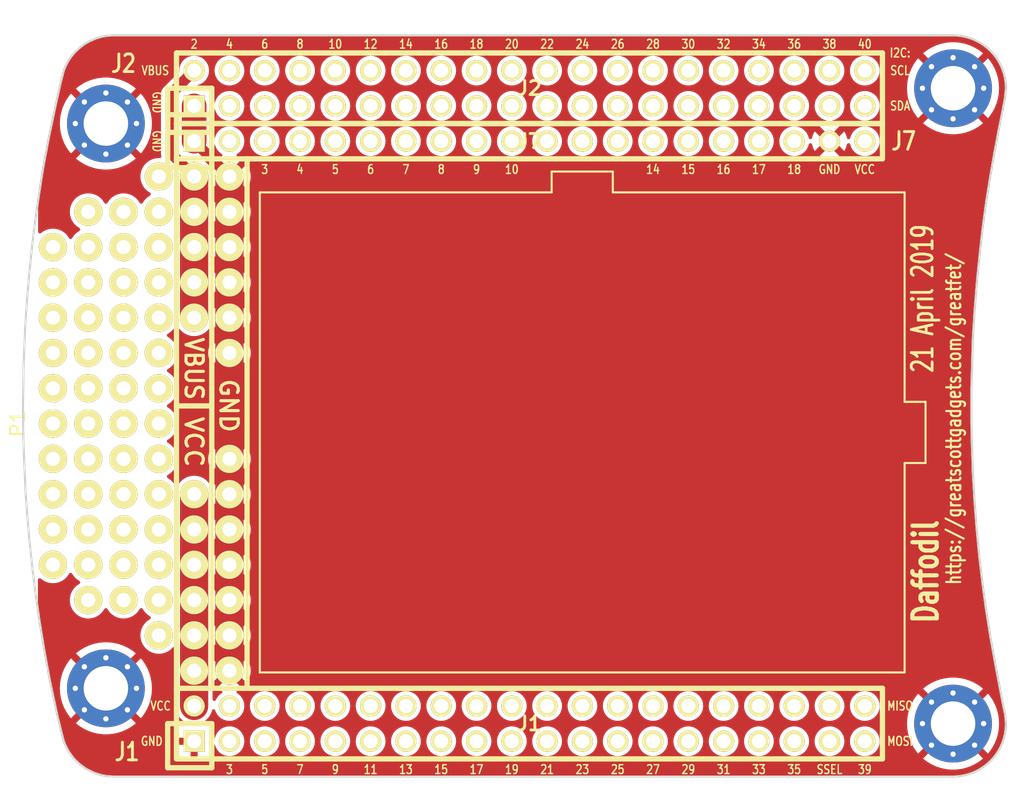
<source format=kicad_pcb>
(kicad_pcb (version 20221018) (generator pcbnew)
  (layers (0 "F.Cu" signal) (31 "B.Cu" signal) (34 "B.Paste" user) (35 "F.Paste" user) (36 "B.SilkS" user "B.Silkscreen") (37 "F.SilkS" user "F.Silkscreen") (38 "B.Mask" user) (39 "F.Mask" user) (44 "Edge.Cuts" user))
  (net 0 "")
  (net 1 "GND")
  (net 2 "VCC")
  (net 3 "/VBUS")
  (net 4 "/P4_9")
  (net 5 "/P0_0")
  (net 6 "/P4_10")
  (net 7 "/P0_1")
  (net 8 "/P1_0")
  (net 9 "/P5_0")
  (net 10 "/P5_1")
  (net 11 "/P1_1")
  (net 12 "/CLK0")
  (net 13 "/P1_2")
  (net 14 "/P1_5")
  (net 15 "/P5_2")
  (net 16 "/P1_7")
  (net 17 "/P1_6")
  (net 18 "/P1_9")
  (net 19 "/P1_8")
  (net 20 "/P5_3")
  (net 21 "/P1_10")
  (net 22 "/P1_12")
  (net 23 "/P1_11")
  (net 24 "/P5_5")
  (net 25 "/P5_4")
  (net 26 "/P1_14")
  (net 27 "/P1_13")
  (net 28 "/P5_6")
  (net 29 "/P1_15")
  (net 30 "/P5_7")
  (net 31 "/P1_16")
  (net 32 "/P1_18")
  (net 33 "/P1_17")
  (net 34 "/P9_5")
  (net 35 "/P9_6")
  (net 36 "/P2_0")
  (net 37 "/P6_0")
  (net 38 "/P1_20")
  (net 39 "/P1_19")
  (net 40 "/P1_4")
  (net 41 "/P1_3")
  (net 42 "/P4_8")
  (net 43 "/P4_0")
  (net 44 "/ADC0_0")
  (net 45 "/P4_5")
  (net 46 "/P4_4")
  (net 47 "/P4_2")
  (net 48 "/P4_3")
  (net 49 "/P4_6")
  (net 50 "/P4_7")
  (net 51 "/CLK2")
  (net 52 "/P2_8")
  (net 53 "/P2_7")
  (net 54 "/P2_6")
  (net 55 "/P7_7")
  (net 56 "/WAKEUP0")
  (net 57 "/P2_5")
  (net 58 "/P2_4")
  (net 59 "/P2_3")
  (net 60 "/PF_4")
  (net 61 "/P3_2")
  (net 62 "/P7_2")
  (net 63 "/P3_1")
  (net 64 "/P7_1")
  (net 65 "/P3_0")
  (net 66 "/P7_0")
  (net 67 "/P3_4")
  (net 68 "/P6_8")
  (net 69 "/P3_7")
  (net 70 "/P6_7")
  (net 71 "/P3_3")
  (net 72 "/P2_2")
  (net 73 "/P6_6")
  (net 74 "/P2_1")
  (net 75 "/P6_3")
  (net 76 "/P3_5")
  (net 77 "/P3_6")
  (net 78 "/I2C0_SDA")
  (net 79 "/I2C0_SCL")
  (net 80 "/P6_4")
  (net 81 "/P6_5")
  (net 82 "/ADC0_5")
  (net 83 "/ADC0_2")
  (net 84 "/P2_9")
  (net 85 "/P2_12")
  (net 86 "/P2_13")
  (net 87 "/RTC_ALARM")
  (net 88 "/RESET")
  (net 89 "/VBAT")
  (net 90 "/P2_11")
  (net 91 "/P2_10")
  (net 92 "/P6_10")
  (net 93 "/P6_9")
  (net 94 "/P6_2")
  (net 95 "/P6_1")
  (net 96 "Net-(P1-Pad31)")
  (net 97 "Net-(P1-Pad32)")
  (net 98 "Net-(P1-Pad33)")
  (net 99 "Net-(P1-Pad34)")
  (net 100 "Net-(P1-Pad35)")
  (net 101 "Net-(P1-Pad36)")
  (net 102 "Net-(P1-Pad37)")
  (net 103 "Net-(P1-Pad38)")
  (net 104 "Net-(P1-Pad39)")
  (net 105 "Net-(P1-Pad40)")
  (net 106 "Net-(P1-Pad41)")
  (net 107 "Net-(P1-Pad42)")
  (net 108 "Net-(P1-Pad43)")
  (net 109 "Net-(P1-Pad44)")
  (net 110 "Net-(P1-Pad47)")
  (net 111 "Net-(P1-Pad48)")
  (net 112 "Net-(P1-Pad49)")
  (net 113 "Net-(P1-Pad50)")
  (net 114 "Net-(P1-Pad51)")
  (net 115 "Net-(P1-Pad52)")
  (net 116 "Net-(P1-Pad53)")
  (net 117 "Net-(P1-Pad54)")
  (net 118 "Net-(P1-Pad55)")
  (net 119 "Net-(P1-Pad56)")
  (net 120 "Net-(P1-Pad57)")
  (net 121 "Net-(P1-Pad58)")
  (net 122 "Net-(P1-Pad61)")
  (net 123 "Net-(P1-Pad62)")
  (net 124 "Net-(P1-Pad64)")
  (net 125 "Net-(P1-Pad65)")
  (net 126 "Net-(P1-Pad66)")
  (net 127 "Net-(P1-Pad67)")
  (net 128 "Net-(P1-Pad68)")
  (net 129 "Net-(P1-Pad69)")
  (net 130 "Net-(P1-Pad70)")
  (net 131 "Net-(P1-Pad71)")
  (net 132 "Net-(P1-Pad72)")
  (net 133 "Net-(P1-Pad45)")
  (net 134 "/32KHZ")
  (net 135 "Net-(P1-Pad25)")
  (net 136 "Net-(P1-Pad26)")
  (net 137 "Net-(P1-Pad27)")
  (net 138 "Net-(P1-Pad28)")
  (net 139 "Net-(P1-Pad29)")
  (net 140 "Net-(P1-Pad30)")
  (net 141 "Net-(P1-Pad63)")
  (net 142 "Net-(P1-Pad46)")
  (net 143 "Net-(P1-Pad59)")
  (net 144 "Net-(P1-Pad60)")
  (footprint "gsg-modules:HEADER-2x20" (layer "F.Cu") (at 146.05 118.11)
    (fp_text reference "J1")
    (fp_text value "NEIGHBOR1" hide)
  )
  (footprint "gsg-modules:HEADER-2x20" (layer "F.Cu") (at 146.05 72.39)
    (fp_text reference "J2")
    (fp_text value "NEIGHBOR2" hide)
  )
  (footprint "gsg-modules:HEADER-1x20" (layer "F.Cu") (at 146.05 76.2)
    (fp_text reference "J7")
    (fp_text value "BONUS_ROW" hide)
  )
  (footprint "gsg-modules:HOLE126MIL-COPPER" (layer "F.Cu") (at 115.57 74.93)
    (fp_text reference "MH1" hide)
    (fp_text value "MOUNTING_HOLE" hide)
  )
  (footprint "gsg-modules:HOLE126MIL-COPPER" (layer "F.Cu") (at 115.57 115.57)
    (fp_text reference "MH2" hide)
    (fp_text value "MOUNTING_HOLE" hide)
  )
  (footprint "gsg-modules:HOLE126MIL-COPPER" (layer "F.Cu") (at 176.53 118.11)
    (fp_text reference "MH3" hide)
    (fp_text value "MOUNTING_HOLE" hide)
  )
  (footprint "gsg-modules:HOLE126MIL-COPPER" (layer "F.Cu") (at 176.53 72.39)
    (fp_text reference "MH4" hide)
    (fp_text value "MOUNTING_HOLE" hide)
  )
  (footprint "gsg-modules:GREATFET-PROTO-AREA" (layer "F.Cu") (at 124.46 96.52)
    (fp_text reference "P1")
    (fp_text value "GREATFET-PROTO-AREA" hide)
  )
  (gr_line (start 126.645 79.884) (end 147.645 79.884) (stroke (width 0.15)) (layer "F.SilkS"))
  (gr_line (start 147.645 78.384) (end 147.645 79.884) (stroke (width 0.15)) (layer "F.SilkS"))
  (gr_line (start 173.050322 99.356534) (end 174.550322 99.356534) (stroke (width 0.15)) (layer "F.SilkS"))
  (gr_line (start 174.550322 94.956534) (end 173.050322 94.956534) (stroke (width 0.15)) (layer "F.SilkS"))
  (gr_line (start 174.550322 99.356534) (end 174.550322 94.956534) (stroke (width 0.15)) (layer "F.SilkS"))
  (gr_line (start 173.045 79.884) (end 173.045 94.956) (stroke (width 0.15)) (layer "F.SilkS"))
  (gr_line (start 125.73 77.47) (end 125.73 115.57) (stroke (width 0.381)) (layer "F.SilkS"))
  (gr_line (start 173.045 114.428) (end 126.645 114.428) (stroke (width 0.15)) (layer "F.SilkS"))
  (gr_line (start 152.045 79.884) (end 173.045 79.884) (stroke (width 0.15)) (layer "F.SilkS"))
  (gr_line (start 120.65 77.47) (end 120.65 115.57) (stroke (width 0.381)) (layer "F.SilkS"))
  (gr_line (start 123.19 115.57) (end 123.19 77.47) (stroke (width 0.381)) (layer "F.SilkS"))
  (gr_line (start 152.045 79.884) (end 152.045 78.384) (stroke (width 0.15)) (layer "F.SilkS"))
  (gr_line (start 126.645 114.428) (end 126.645 79.884) (stroke (width 0.15)) (layer "F.SilkS"))
  (gr_line (start 173.045 99.356) (end 173.045 114.428) (stroke (width 0.15)) (layer "F.SilkS"))
  (gr_line (start 120.65 95.25) (end 123.19 95.25) (stroke (width 0.381)) (layer "F.SilkS"))
  (gr_line (start 152.045 78.384) (end 147.645 78.384) (stroke (width 0.15)) (layer "F.SilkS"))
  (gr_line (start 112.3188 71.9582) (end 112.014 73.3298) (stroke (width 0.15)) (layer "Edge.Cuts"))
  (gr_line (start 116.1288 121.92) (end 115.6462 121.8946) (stroke (width 0.15)) (layer "Edge.Cuts"))
  (gr_line (start 112.8268 70.485) (end 112.649 70.8406) (stroke (width 0.15)) (layer "Edge.Cuts"))
  (gr_line (start 109.601 95.5802) (end 109.6264 97.4852) (stroke (width 0.15)) (layer "Edge.Cuts"))
  (gr_line (start 113.0046 70.2056) (end 112.8268 70.485) (stroke (width 0.15)) (layer "Edge.Cuts"))
  (gr_line (start 113.1824 69.977) (end 113.0046 70.2056) (stroke (width 0.15)) (layer "Edge.Cuts"))
  (gr_line (start 180.2638 73.1266) (end 180.34 72.39) (stroke (width 0.15)) (layer "Edge.Cuts"))
  (gr_line (start 180.1368 116.7892) (end 180.2892 117.5004) (stroke (width 0.15)) (layer "Edge.Cuts"))
  (gr_line (start 109.9058 103.0224) (end 109.7788 101.2952) (stroke (width 0.15)) (layer "Edge.Cuts"))
  (gr_line (start 114.8334 68.8086) (end 114.3762 69.0118) (stroke (width 0.15)) (layer "Edge.Cuts"))
  (gr_line (start 116.1288 68.58) (end 115.697 68.6054) (stroke (width 0.15)) (layer "Edge.Cuts"))
  (gr_line (start 179.5526 113.7158) (end 179.8828 115.4684) (stroke (width 0.15)) (layer "Edge.Cuts"))
  (gr_line (start 115.2398 68.6816) (end 114.8334 68.8086) (stroke (width 0.15)) (layer "Edge.Cuts"))
  (gr_line (start 113.6904 69.469) (end 113.3856 69.7484) (stroke (width 0.15)) (layer "Edge.Cuts"))
  (gr_line (start 113.03 120.3198) (end 112.8776 120.0912) (stroke (width 0.15)) (layer "Edge.Cuts"))
  (gr_line (start 180.1368 73.8124) (end 180.2638 73.1266) (stroke (width 0.15)) (layer "Edge.Cuts"))
  (gr_line (start 178.4096 105.9942) (end 178.6382 107.9246) (stroke (width 0.15)) (layer "Edge.Cuts"))
  (gr_line (start 113.7412 121.0818) (end 113.4872 120.8532) (stroke (width 0.15)) (layer "Edge.Cuts"))
  (gr_line (start 178.8922 109.8042) (end 179.2224 111.887) (stroke (width 0.15)) (layer "Edge.Cuts"))
  (gr_line (start 177.8508 94.0054) (end 177.8508 95.123) (stroke (width 0.15)) (layer "Edge.Cuts"))
  (gr_line (start 112.4458 119.0244) (end 112.3442 118.6434) (stroke (width 0.15)) (layer "Edge.Cuts"))
  (gr_line (start 112.014 73.3298) (end 111.4806 75.8444) (stroke (width 0.15)) (layer "Edge.Cuts"))
  (gr_line (start 109.728 90.5002) (end 109.6518 92.1766) (stroke (width 0.15)) (layer "Edge.Cuts"))
  (gr_line (start 178.6636 82.4484) (end 178.9176 80.5688) (stroke (width 0.15)) (layer "Edge.Cuts"))
  (gr_line (start 114.7572 121.666) (end 114.3762 121.4882) (stroke (width 0.15)) (layer "Edge.Cuts"))
  (gr_line (start 114.3762 69.0118) (end 114.0206 69.215) (stroke (width 0.15)) (layer "Edge.Cuts"))
  (gr_line (start 178.0794 88.4682) (end 178.2572 86.233) (stroke (width 0.15)) (layer "Edge.Cuts"))
  (gr_line (start 178.2318 104.1146) (end 178.4096 105.9942) (stroke (width 0.15)) (layer "Edge.Cuts"))
  (gr_line (start 114.0206 69.215) (end 113.6904 69.469) (stroke (width 0.15)) (layer "Edge.Cuts"))
  (gr_line (start 109.6518 92.1766) (end 109.6264 93.726) (stroke (width 0.15)) (layer "Edge.Cuts"))
  (gr_line (start 112.4712 71.374) (end 112.395 71.6788) (stroke (width 0.15)) (layer "Edge.Cuts"))
  (gr_line (start 110.2106 84.201) (end 110.0074 86.2584) (stroke (width 0.15)) (layer "Edge.Cuts"))
  (gr_line (start 179.5018 77.0636) (end 179.8066 75.438) (stroke (width 0.15)) (layer "Edge.Cuts"))
  (gr_line (start 178.0794 102.108) (end 178.2318 104.1146) (stroke (width 0.15)) (layer "Edge.Cuts"))
  (gr_line (start 110.0582 104.8512) (end 109.9058 103.0224) (stroke (width 0.15)) (layer "Edge.Cuts"))
  (gr_line (start 111.1504 112.9284) (end 110.7948 110.744) (stroke (width 0.15)) (layer "Edge.Cuts"))
  (gr_line (start 112.0902 117.602) (end 111.5314 114.9858) (stroke (width 0.15)) (layer "Edge.Cuts"))
  (gr_line (start 177.9524 90.5002) (end 178.0794 88.4682) (stroke (width 0.15)) (layer "Edge.Cuts"))
  (gr_line (start 180.2892 117.5004) (end 180.34 118.11) (stroke (width 0.15)) (layer "Edge.Cuts"))
  (gr_line (start 178.2572 86.233) (end 178.4604 84.2264) (stroke (width 0.15)) (layer "Edge.Cuts"))
  (gr_line (start 112.649 70.8406) (end 112.5474 71.0946) (stroke (width 0.15)) (layer "Edge.Cuts"))
  (gr_line (start 110.0074 86.2584) (end 109.8804 87.7824) (stroke (width 0.15)) (layer "Edge.Cuts"))
  (gr_line (start 109.7534 89.7128) (end 109.728 90.5002) (stroke (width 0.15)) (layer "Edge.Cuts"))
  (gr_line (start 110.5154 108.8136) (end 110.2614 106.7308) (stroke (width 0.15)) (layer "Edge.Cuts"))
  (gr_line (start 112.3442 118.6434) (end 112.0902 117.602) (stroke (width 0.15)) (layer "Edge.Cuts"))
  (gr_line (start 113.4872 120.8532) (end 113.2586 120.6246) (stroke (width 0.15)) (layer "Edge.Cuts"))
  (gr_line (start 177.9524 90.5002) (end 177.9016 92.3544) (stroke (width 0.15)) (layer "Edge.Cuts"))
  (gr_line (start 110.4392 82.2706) (end 110.2106 84.201) (stroke (width 0.15)) (layer "Edge.Cuts"))
  (gr_arc (start 180.34 118.11) (mid 179.224077 120.804077) (end 176.53 121.92) (stroke (width 0.15)) (layer "Edge.Cuts"))
  (gr_arc (start 176.53 68.58) (mid 179.224077 69.695923) (end 180.34 72.39) (stroke (width 0.15)) (layer "Edge.Cuts"))
  (gr_line (start 112.6998 119.761) (end 112.5474 119.4054) (stroke (width 0.15)) (layer "Edge.Cuts"))
  (gr_line (start 112.5474 119.4054) (end 112.4458 119.0244) (stroke (width 0.15)) (layer "Edge.Cuts"))
  (gr_line (start 179.197 78.8162) (end 179.5018 77.0636) (stroke (width 0.15)) (layer "Edge.Cuts"))
  (gr_line (start 111.5314 114.9858) (end 111.1504 112.9284) (stroke (width 0.15)) (layer "Edge.Cuts"))
  (gr_line (start 179.8066 75.438) (end 180.1368 73.8124) (stroke (width 0.15)) (layer "Edge.Cuts"))
  (gr_line (start 179.8828 115.4684) (end 180.1368 116.7892) (stroke (width 0.15)) (layer "Edge.Cuts"))
  (gr_line (start 113.2586 120.6246) (end 113.03 120.3198) (stroke (width 0.15)) (layer "Edge.Cuts"))
  (gr_line (start 177.927 99.0346) (end 177.9524 99.9998) (stroke (width 0.15)) (layer "Edge.Cuts"))
  (gr_line (start 179.2224 111.887) (end 179.5526 113.7158) (stroke (width 0.15)) (layer "Edge.Cuts"))
  (gr_line (start 115.6462 121.8946) (end 115.2398 121.8184) (stroke (width 0.15)) (layer "Edge.Cuts"))
  (gr_line (start 115.697 68.6054) (end 115.2398 68.6816) (stroke (width 0.15)) (layer "Edge.Cuts"))
  (gr_line (start 112.395 71.6788) (end 112.3188 71.9582) (stroke (width 0.15)) (layer "Edge.Cuts"))
  (gr_line (start 113.3856 69.7484) (end 113.1824 69.977) (stroke (width 0.15)) (layer "Edge.Cuts"))
  (gr_line (start 178.9176 80.5688) (end 179.197 78.8162) (stroke (width 0.15)) (layer "Edge.Cuts"))
  (gr_line (start 176.53 121.92) (end 116.1288 121.92) (stroke (width 0.15)) (layer "Edge.Cuts"))
  (gr_line (start 109.7788 101.2952) (end 109.728 99.9998) (stroke (width 0.15)) (layer "Edge.Cuts"))
  (gr_line (start 177.8508 95.123) (end 177.8508 96.393) (stroke (width 0.15)) (layer "Edge.Cuts"))
  (gr_line (start 178.6382 107.9246) (end 178.8922 109.8042) (stroke (width 0.15)) (layer "Edge.Cuts"))
  (gr_line (start 115.2398 121.8184) (end 114.7572 121.666) (stroke (width 0.15)) (layer "Edge.Cuts"))
  (gr_line (start 177.8762 97.79) (end 177.927 99.0346) (stroke (width 0.15)) (layer "Edge.Cuts"))
  (gr_line (start 109.8804 87.7824) (end 109.7534 89.7128) (stroke (width 0.15)) (layer "Edge.Cuts"))
  (gr_line (start 177.9016 92.3544) (end 177.8508 94.0054) (stroke (width 0.15)) (layer "Edge.Cuts"))
  (gr_line (start 114.0968 121.3358) (end 113.7412 121.0818) (stroke (width 0.15)) (layer "Edge.Cuts"))
  (gr_line (start 110.2614 106.7308) (end 110.0582 104.8512) (stroke (width 0.15)) (layer "Edge.Cuts"))
  (gr_line (start 114.3762 121.4882) (end 114.0968 121.3358) (stroke (width 0.15)) (layer "Edge.Cuts"))
  (gr_line (start 110.7186 80.264) (end 110.4392 82.2706) (stroke (width 0.15)) (layer "Edge.Cuts"))
  (gr_line (start 110.7948 110.744) (end 110.5154 108.8136) (stroke (width 0.15)) (layer "Edge.Cuts"))
  (gr_line (start 112.5474 71.0946) (end 112.4712 71.374) (stroke (width 0.15)) (layer "Edge.Cuts"))
  (gr_line (start 116.1288 68.58) (end 176.53 68.58) (stroke (width 0.15)) (layer "Edge.Cuts"))
  (gr_line (start 109.6264 97.4852) (end 109.6772 98.933) (stroke (width 0.15)) (layer "Edge.Cuts"))
  (gr_line (start 178.4604 84.2264) (end 178.6636 82.4484) (stroke (width 0.15)) (layer "Edge.Cuts"))
  (gr_line (start 109.6772 98.933) (end 109.728 99.9998) (stroke (width 0.15)) (layer "Edge.Cuts"))
  (gr_line (start 111.0488 78.1304) (end 110.7186 80.264) (stroke (width 0.15)) (layer "Edge.Cuts"))
  (gr_line (start 111.4806 75.8444) (end 111.0488 78.1304) (stroke (width 0.15)) (layer "Edge.Cuts"))
  (gr_line (start 112.8776 120.0912) (end 112.6998 119.761) (stroke (width 0.15)) (layer "Edge.Cuts"))
  (gr_line (start 177.9524 99.9998) (end 178.0794 102.108) (stroke (width 0.15)) (layer "Edge.Cuts"))
  (gr_line (start 177.8508 96.393) (end 177.8762 97.79) (stroke (width 0.15)) (layer "Edge.Cuts"))
  (gr_line (start 109.6264 93.726) (end 109.601 95.5802) (stroke (width 0.15)) (layer "Edge.Cuts"))
  (gr_text "J1" (at 117.094 120.142) (layer "F.SilkS") (effects (font (size 1.27 1.016) (thickness 0.2032))))
  (gr_text "J2" (at 116.84 70.612) (layer "F.SilkS") (effects (font (size 1.27 1.016) (thickness 0.2032))))
  (gr_text "J7" (at 172.974 76.2) (layer "F.SilkS") (effects (font (size 1.27 1.016) (thickness 0.2032))))
  (gr_text "MOSI" (at 172.72 119.38) (layer "F.SilkS") (effects (font (size 0.635 0.508) (thickness 0.1016))))
  (gr_text "MISO" (at 172.72 116.84) (layer "F.SilkS") (effects (font (size 0.635 0.508) (thickness 0.1016))))
  (gr_text "SSEL" (at 167.64 121.412) (layer "F.SilkS") (effects (font (size 0.635 0.508) (thickness 0.1016))))
  (gr_text "SDA" (at 172.72 73.66) (layer "F.SilkS") (effects (font (size 0.635 0.508) (thickness 0.1016))))
  (gr_text "SCL" (at 172.72 71.12) (layer "F.SilkS") (effects (font (size 0.635 0.508) (thickness 0.1016))))
  (gr_text "I2C:" (at 172.72 69.85) (layer "F.SilkS") (effects (font (size 0.635 0.508) (thickness 0.1016))))
  (gr_text "GND" (at 118.872 119.38) (layer "F.SilkS") (effects (font (size 0.635 0.508) (thickness 0.1016))))
  (gr_text "VCC" (at 119.507 116.84) (layer "F.SilkS") (effects (font (size 0.635 0.508) (thickness 0.1016))))
  (gr_text "VBUS" (at 119.126 71.12) (layer "F.SilkS") (effects (font (size 0.635 0.508) (thickness 0.1016))))
  (gr_text "GND" (at 119.253 73.406 270) (layer "F.SilkS") (effects (font (size 0.635 0.508) (thickness 0.1016))))
  (gr_text "https://greatscottgadgets.com/greatfet/" (at 176.59 96.18 90) (layer "F.SilkS") (effects (font (size 1.016 0.762) (thickness 0.1524))))
  (gr_text "21 April 2019" (at 174.34 87.53 90) (layer "F.SilkS") (effects (font (size 1.5 1) (thickness 0.2))))
  (gr_text "GND" (at 124.41 95.23 270) (layer "F.SilkS") (effects (font (size 1.25 1.25) (thickness 0.225))))
  (gr_text "VBUS" (at 121.9 92.57 270) (layer "F.SilkS") (effects (font (size 1.25 1.15) (thickness 0.225))))
  (gr_text "VCC" (at 121.9 97.84 270) (layer "F.SilkS") (effects (font (size 1.25 1.25) (thickness 0.225))))
  (gr_text "35" (at 165.1 121.412) (layer "F.SilkS") (effects (font (size 0.635 0.508) (thickness 0.1016))))
  (gr_text "22" (at 147.32 69.215) (layer "F.SilkS") (effects (font (size 0.635 0.508) (thickness 0.1016))))
  (gr_text "24" (at 149.86 69.215) (layer "F.SilkS") (effects (font (size 0.635 0.508) (thickness 0.1016))))
  (gr_text "16" (at 139.7 69.215) (layer "F.SilkS") (effects (font (size 0.635 0.508) (thickness 0.1016))))
  (gr_text "17" (at 142.24 121.412) (layer "F.SilkS") (effects (font (size 0.635 0.508) (thickness 0.1016))))
  (gr_text "3" (at 124.46 121.412) (layer "F.SilkS") (effects (font (size 0.635 0.508) (thickness 0.1016))))
  (gr_text "19" (at 144.78 121.412) (layer "F.SilkS") (effects (font (size 0.635 0.508) (thickness 0.1016))))
  (gr_text "2" (at 121.92 69.215) (layer "F.SilkS") (effects (font (size 0.635 0.508) (thickness 0.1016))))
  (gr_text "14" (at 137.16 69.215) (layer "F.SilkS") (effects (font (size 0.635 0.508) (thickness 0.1016))))
  (gr_text "8" (at 139.7 78.232) (layer "F.SilkS") (effects (font (size 0.635 0.508) (thickness 0.1016))))
  (gr_text "14" (at 154.94 78.232) (layer "F.SilkS") (effects (font (size 0.635 0.508) (thickness 0.1016))))
  (gr_text "GND" (at 119.253 76.2 270) (layer "F.SilkS") (effects (font (size 0.635 0.508) (thickness 0.1016))))
  (gr_text "32" (at 160.02 69.215) (layer "F.SilkS") (effects (font (size 0.635 0.508) (thickness 0.1016))))
  (gr_text "27" (at 154.94 121.412) (layer "F.SilkS") (effects (font (size 0.635 0.508) (thickness 0.1016))))
  (gr_text "9" (at 142.24 78.232) (layer "F.SilkS") (effects (font (size 0.635 0.508) (thickness 0.1016))))
  (gr_text "4" (at 129.54 78.232) (layer "F.SilkS") (effects (font (size 0.635 0.508) (thickness 0.1016))))
  (gr_text "30" (at 157.48 69.215) (layer "F.SilkS") (effects (font (size 0.635 0.508) (thickness 0.1016))))
  (gr_text "28" (at 154.94 69.215) (layer "F.SilkS") (effects (font (size 0.635 0.508) (thickness 0.1016))))
  (gr_text "33" (at 162.56 121.412) (layer "F.SilkS") (effects (font (size 0.635 0.508) (thickness 0.1016))))
  (gr_text "Daffodil" (at 174.56 107.17 90) (layer "F.SilkS") (effects (font (size 1.75 1.25) (thickness 0.3))))
  (gr_text "34" (at 162.56 69.215) (layer "F.SilkS") (effects (font (size 0.635 0.508) (thickness 0.1016))))
  (gr_text "11" (at 134.62 121.412) (layer "F.SilkS") (effects (font (size 0.635 0.508) (thickness 0.1016))))
  (gr_text "15" (at 157.48 78.232) (layer "F.SilkS") (effects (font (size 0.635 0.508) (thickness 0.1016))))
  (gr_text "16" (at 160.02 78.232) (layer "F.SilkS") (effects (font (size 0.635 0.508) (thickness 0.1016))))
  (gr_text "21" (at 147.32 121.412) (layer "F.SilkS") (effects (font (size 0.635 0.508) (thickness 0.1016))))
  (gr_text "7" (at 137.16 78.232) (layer "F.SilkS") (effects (font (size 0.635 0.508) (thickness 0.1016))))
  (gr_text "8" (at 129.54 69.215) (layer "F.SilkS") (effects (font (size 0.635 0.508) (thickness 0.1016))))
  (gr_text "20" (at 144.78 69.215) (layer "F.SilkS") (effects (font (size 0.635 0.508) (thickness 0.1016))))
  (gr_text "17" (at 162.56 78.232) (layer "F.SilkS") (effects (font (size 0.635 0.508) (thickness 0.1016))))
  (gr_text "13" (at 137.16 121.412) (layer "F.SilkS") (effects (font (size 0.635 0.508) (thickness 0.1016))))
  (gr_text "18" (at 142.24 69.215) (layer "F.SilkS") (effects (font (size 0.635 0.508) (thickness 0.1016))))
  (gr_text "GND" (at 167.64 78.232) (layer "F.SilkS") (effects (font (size 0.635 0.508) (thickness 0.1016))))
  (gr_text "10" (at 144.78 78.232) (layer "F.SilkS") (effects (font (size 0.635 0.508) (thickness 0.1016))))
  (gr_text "4" (at 124.46 69.215) (layer "F.SilkS") (effects (font (size 0.635 0.508) (thickness 0.1016))))
  (gr_text "36" (at 165.1 69.215) (layer "F.SilkS") (effects (font (size 0.635 0.508) (thickness 0.1016))))
  (gr_text "40" (at 170.18 69.215) (layer "F.SilkS") (effects (font (size 0.635 0.508) (thickness 0.1016))))
  (gr_text "6" (at 134.62 78.232) (layer "F.SilkS") (effects (font (size 0.635 0.508) (thickness 0.1016))))
  (gr_text "25" (at 152.4 121.412) (layer "F.SilkS") (effects (font (size 0.635 0.508) (thickness 0.1016))))
  (gr_text "29" (at 157.48 121.412) (layer "F.SilkS") (effects (font (size 0.635 0.508) (thickness 0.1016))))
  (gr_text "3" (at 127 78.232) (layer "F.SilkS") (effects (font (size 0.635 0.508) (thickness 0.1016))))
  (gr_text "15" (at 139.7 121.412) (layer "F.SilkS") (effects (font (size 0.635 0.508) (thickness 0.1016))))
  (gr_text "7" (at 129.54 121.412) (layer "F.SilkS") (effects (font (size 0.635 0.508) (thickness 0.1016))))
  (gr_text "10" (at 132.08 69.215) (layer "F.SilkS") (effects (font (size 0.635 0.508) (thickness 0.1016))))
  (gr_text "6" (at 127 69.215) (layer "F.SilkS") (effects (font (size 0.635 0.508) (thickness 0.1016))))
  (gr_text "26" (at 152.4 69.215) (layer "F.SilkS") (effects (font (size 0.635 0.508) (thickness 0.1016))))
  (gr_text "18" (at 165.1 78.232) (layer "F.SilkS") (effects (font (size 0.635 0.508) (thickness 0.1016))))
  (gr_text "5" (at 127 121.412) (layer "F.SilkS") (effects (font (size 0.635 0.508) (thickness 0.1016))))
  (gr_text "38" (at 167.64 69.215) (layer "F.SilkS") (effects (font (size 0.635 0.508) (thickness 0.1016))))
  (gr_text "31" (at 160.02 121.412) (layer "F.SilkS") (effects (font (size 0.635 0.508) (thickness 0.1016))))
  (gr_text "9" (at 132.08 121.412) (layer "F.SilkS") (effects (font (size 0.635 0.508) (thickness 0.1016))))
  (gr_text "5" (at 132.08 78.232) (layer "F.SilkS") (effects (font (size 0.635 0.508) (thickness 0.1016))))
  (gr_text "VCC" (at 170.18 78.232) (layer "F.SilkS") (effects (font (size 0.635 0.508) (thickness 0.1016))))
  (gr_text "39" (at 170.18 121.412) (layer "F.SilkS") (effects (font (size 0.635 0.508) (thickness 0.1016))))
  (gr_text "23" (at 149.86 121.412) (layer "F.SilkS") (effects (font (size 0.635 0.508) (thickness 0.1016))))
  (gr_text "12" (at 134.62 69.215) (layer "F.SilkS") (effects (font (size 0.635 0.508) (thickness 0.1016))))
  (segment (start 121.92 73.66) (end 121.92 76.2) (width 1.778) (layer "F.Cu") (net 1))
  (segment (start 124.46 106.68) (end 124.46 109.22) (width 2.032) (layer "F.Cu") (net 1))
  (segment (start 124.46 86.36) (end 124.46 88.9) (width 2.032) (layer "F.Cu") (net 1))
  (segment (start 124.46 101.6) (end 124.46 104.14) (width 2.032) (layer "F.Cu") (net 1))
  (segment (start 124.46 91.44) (end 124.46 93.98) (width 2.032) (layer "F.Cu") (net 1))
  (segment (start 124.46 83.82) (end 124.46 86.36) (width 2.032) (layer "F.Cu") (net 1))
  (segment (start 124.46 93.98) (end 124.46 96.52) (width 2.032) (layer "F.Cu") (net 1))
  (segment (start 124.46 111.76) (end 124.46 114.3) (width 2.032) (layer "F.Cu") (net 1))
  (segment (start 124.46 78.74) (end 124.46 81.28) (width 2.032) (layer "F.Cu") (net 1))
  (segment (start 124.46 81.28) (end 124.46 83.82) (width 2.032) (layer "F.Cu") (net 1))
  (segment (start 124.46 104.14) (end 124.46 106.68) (width 2.032) (layer "F.Cu") (net 1))
  (segment (start 124.46 96.52) (end 124.46 99.06) (width 2.032) (layer "F.Cu") (net 1))
  (segment (start 124.46 109.22) (end 124.46 111.76) (width 2.032) (layer "F.Cu") (net 1))
  (segment (start 124.46 99.06) (end 124.46 101.6) (width 2.032) (layer "F.Cu") (net 1))
  (segment (start 124.46 78.74) (end 121.92 76.2) (width 0.762) (layer "F.Cu") (net 1))
  (segment (start 124.46 88.9) (end 124.46 91.44) (width 2.032) (layer "F.Cu") (net 1))
  (segment (start 121.92 106.68) (end 121.92 109.22) (width 2.032) (layer "F.Cu") (net 2))
  (segment (start 121.92 101.6) (end 121.92 104.14) (width 2.032) (layer "F.Cu") (net 2))
  (segment (start 121.92 104.14) (end 121.92 106.68) (width 2.032) (layer "F.Cu") (net 2))
  (segment (start 121.92 114.3) (end 121.92 116.84) (width 2.032) (layer "F.Cu") (net 2))
  (segment (start 121.92 109.22) (end 121.92 111.76) (width 2.032) (layer "F.Cu") (net 2))
  (segment (start 121.92 111.76) (end 121.92 114.3) (width 2.032) (layer "F.Cu") (net 2))
  (segment (start 120.218199 72.821801) (end 121.158001 71.881999) (width 0.762) (layer "F.Cu") (net 3))
  (segment (start 121.92 86.36) (end 121.92 88.9) (width 2.032) (layer "F.Cu") (net 3))
  (segment (start 121.92 83.82) (end 121.92 86.36) (width 2.032) (layer "F.Cu") (net 3))
  (segment (start 121.158001 71.881999) (end 121.92 71.12) (width 0.762) (layer "F.Cu") (net 3))
  (segment (start 121.92 81.28) (end 121.92 83.82) (width 2.032) (layer "F.Cu") (net 3))
  (segment (start 120.218199 77.038199) (end 120.218199 72.821801) (width 0.762) (layer "F.Cu") (net 3))
  (segment (start 121.92 78.74) (end 121.92 81.28) (width 2.032) (layer "F.Cu") (net 3))
  (segment (start 121.92 78.74) (end 120.218199 77.038199) (width 0.762) (layer "F.Cu") (net 3))
  (zone (net 1) (net_name "GND") (layer "F.Cu") (connect_pads (clearance 0.254)) (min_thickness 0.254) (fill yes (thermal_gap 0.508) (thermal_bridge_width 0.508))
    (polygon (pts (xy 110.7 68) (xy 181.01 68) (xy 180.99 122.3) (xy 110.67 122.22)))
  )
)
</source>
